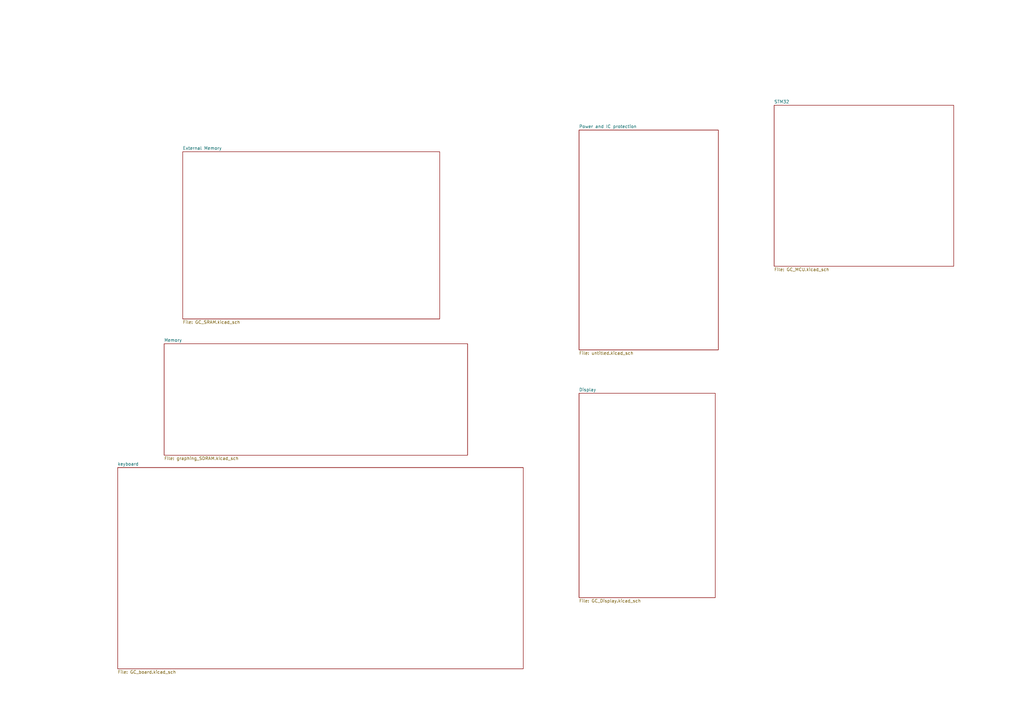
<source format=kicad_sch>
(kicad_sch
	(version 20250114)
	(generator "eeschema")
	(generator_version "9.0")
	(uuid "4b9bd1c3-3981-478f-b833-b641da85f48a")
	(paper "A3")
	(title_block
		(title "Graphing Calculator")
	)
	(lib_symbols)
	(sheet
		(at 67.31 140.97)
		(size 124.46 45.72)
		(exclude_from_sim no)
		(in_bom yes)
		(on_board yes)
		(dnp no)
		(fields_autoplaced yes)
		(stroke
			(width 0.1524)
			(type solid)
		)
		(fill
			(color 0 0 0 0.0000)
		)
		(uuid "1cf5cfd9-b717-4af7-a385-f34091f1fdca")
		(property "Sheetname" "Memory"
			(at 67.31 140.2584 0)
			(effects
				(font
					(size 1.27 1.27)
				)
				(justify left bottom)
			)
		)
		(property "Sheetfile" "graphing_SDRAM.kicad_sch"
			(at 67.31 187.2746 0)
			(effects
				(font
					(size 1.27 1.27)
				)
				(justify left top)
			)
		)
		(instances
			(project "Graphing calc"
				(path "/4b9bd1c3-3981-478f-b833-b641da85f48a"
					(page "7")
				)
			)
		)
	)
	(sheet
		(at 237.49 161.29)
		(size 55.88 83.82)
		(exclude_from_sim no)
		(in_bom yes)
		(on_board yes)
		(dnp no)
		(fields_autoplaced yes)
		(stroke
			(width 0.1524)
			(type solid)
		)
		(fill
			(color 0 0 0 0.0000)
		)
		(uuid "20b5be77-3659-4e29-8942-176b75a28219")
		(property "Sheetname" "Display"
			(at 237.49 160.5784 0)
			(effects
				(font
					(size 1.27 1.27)
				)
				(justify left bottom)
			)
		)
		(property "Sheetfile" "GC_Display.kicad_sch"
			(at 237.49 245.6946 0)
			(effects
				(font
					(size 1.27 1.27)
				)
				(justify left top)
			)
		)
		(instances
			(project "Graphing calc"
				(path "/4b9bd1c3-3981-478f-b833-b641da85f48a"
					(page "3")
				)
			)
		)
	)
	(sheet
		(at 74.93 62.23)
		(size 105.41 68.58)
		(exclude_from_sim no)
		(in_bom yes)
		(on_board yes)
		(dnp no)
		(fields_autoplaced yes)
		(stroke
			(width 0.1524)
			(type solid)
		)
		(fill
			(color 0 0 0 0.0000)
		)
		(uuid "28a755bc-5b11-4c8d-97c6-9ab7dc886690")
		(property "Sheetname" "External Memory"
			(at 74.93 61.5184 0)
			(effects
				(font
					(size 1.27 1.27)
				)
				(justify left bottom)
			)
		)
		(property "Sheetfile" "GC_SRAM.kicad_sch"
			(at 74.93 131.3946 0)
			(effects
				(font
					(size 1.27 1.27)
				)
				(justify left top)
			)
		)
		(instances
			(project "Graphing calc"
				(path "/4b9bd1c3-3981-478f-b833-b641da85f48a"
					(page "6")
				)
			)
		)
	)
	(sheet
		(at 48.26 191.77)
		(size 166.37 82.55)
		(exclude_from_sim no)
		(in_bom yes)
		(on_board yes)
		(dnp no)
		(fields_autoplaced yes)
		(stroke
			(width 0.1524)
			(type solid)
		)
		(fill
			(color 0 0 0 0.0000)
		)
		(uuid "351909c4-a357-4761-a765-4138d018a694")
		(property "Sheetname" "keyboard"
			(at 48.26 191.0584 0)
			(effects
				(font
					(size 1.27 1.27)
				)
				(justify left bottom)
			)
		)
		(property "Sheetfile" "GC_board.kicad_sch"
			(at 48.26 274.9046 0)
			(effects
				(font
					(size 1.27 1.27)
				)
				(justify left top)
			)
		)
		(instances
			(project "Graphing calc"
				(path "/4b9bd1c3-3981-478f-b833-b641da85f48a"
					(page "4")
				)
			)
		)
	)
	(sheet
		(at 317.5 43.18)
		(size 73.66 66.04)
		(exclude_from_sim no)
		(in_bom yes)
		(on_board yes)
		(dnp no)
		(fields_autoplaced yes)
		(stroke
			(width 0.1524)
			(type solid)
		)
		(fill
			(color 0 0 0 0.0000)
		)
		(uuid "42c19bd7-551f-4a7f-90b3-c932ca1c2d32")
		(property "Sheetname" "STM32"
			(at 317.5 42.4684 0)
			(effects
				(font
					(size 1.27 1.27)
				)
				(justify left bottom)
			)
		)
		(property "Sheetfile" "GC_MCU.kicad_sch"
			(at 317.5 109.8046 0)
			(effects
				(font
					(size 1.27 1.27)
				)
				(justify left top)
			)
		)
		(instances
			(project "Graphing calc"
				(path "/4b9bd1c3-3981-478f-b833-b641da85f48a"
					(page "5")
				)
			)
		)
	)
	(sheet
		(at 237.49 53.34)
		(size 57.15 90.17)
		(exclude_from_sim no)
		(in_bom yes)
		(on_board yes)
		(dnp no)
		(fields_autoplaced yes)
		(stroke
			(width 0.1524)
			(type solid)
		)
		(fill
			(color 0 0 0 0.0000)
		)
		(uuid "c4c02230-3099-42a2-a3bb-9bf471a65307")
		(property "Sheetname" "Power and IC protection"
			(at 237.49 52.6284 0)
			(effects
				(font
					(size 1.27 1.27)
				)
				(justify left bottom)
			)
		)
		(property "Sheetfile" "untitled.kicad_sch"
			(at 237.49 144.0946 0)
			(effects
				(font
					(size 1.27 1.27)
				)
				(justify left top)
			)
		)
		(instances
			(project "Graphing calc"
				(path "/4b9bd1c3-3981-478f-b833-b641da85f48a"
					(page "2")
				)
			)
		)
	)
	(sheet_instances
		(path "/"
			(page "1")
		)
	)
	(embedded_fonts no)
)

</source>
